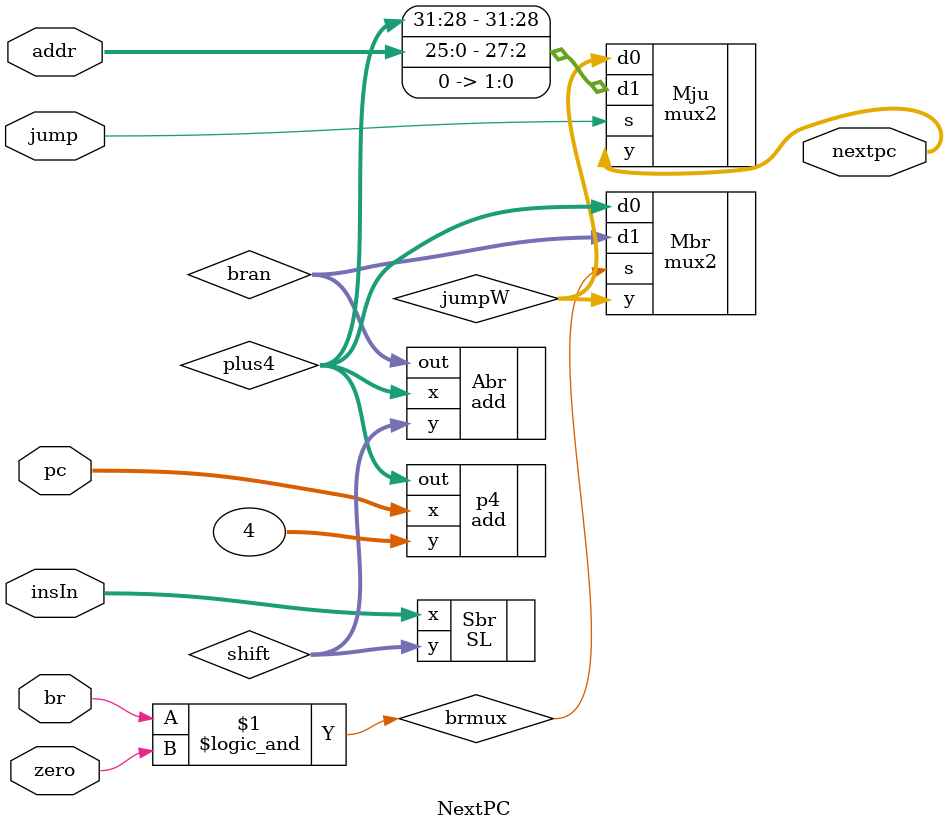
<source format=v>
module NextPC(pc, addr, insIn, jump, br, zero, nextpc);
input [31:0] pc, insIn;
input [25:0] addr;
input jump, br, zero;
output [31:0] nextpc;
wire [31:0] plus4, sl2, shift, bran, jumpW;
wire brmux;

assign brmux = br && zero;

add p4(.x(pc), .y(4), .out(plus4));

SL Sbr(.x(insIn), .y(shift));

add Abr(.x(plus4), .y(shift), .out(bran));

mux2 Mbr(.d0(plus4), .d1(bran), .s(brmux), .y(jumpW));

mux2 Mju(.d0(jumpW), .d1({plus4[31:28], addr[25:0], 2'b00}), .s(jump), .y(nextpc));

endmodule
</source>
